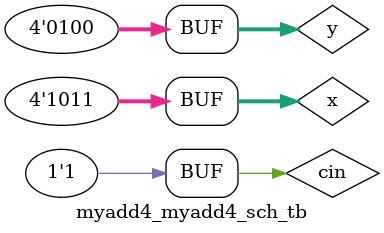
<source format=v>

`timescale 1ns / 1ps

module myadd4_myadd4_sch_tb();

// Inputs
   reg [3:0] x;
   reg [3:0] y;
   reg cin;

// Output
   wire cout;
   wire [3:0] s;

// Bidirs

// Instantiate the UUT
   myadd4 UUT (
		.x(x), 
		.y(y), 
		.cin(cin), 
		.cout(cout), 
		.s(s)
   );
// Initialize Inputs
   initial begin
		#20 x = 0; y = 0; cin = 0;
      #20 x = 1; y = 5; cin = 0;
      #20 x = 2; y = 8; cin = 0;
      #20 x = 15; y = 15; cin = 0;
      #20 x = 1; y = 5; cin = 1;
      #20 x = 2; y = 8; cin = 1;
      #20 x = 4; y = 7; cin = 1;
      #20 x = 11; y = 4; cin = 1;
   end
endmodule

</source>
